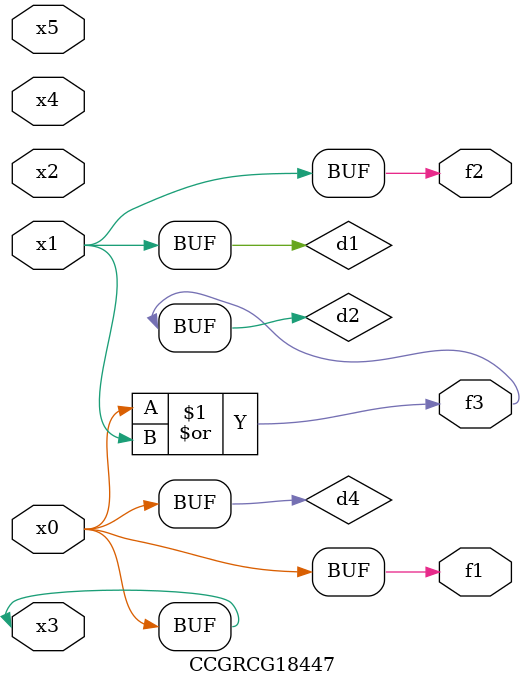
<source format=v>
module CCGRCG18447(
	input x0, x1, x2, x3, x4, x5,
	output f1, f2, f3
);

	wire d1, d2, d3, d4;

	and (d1, x1);
	or (d2, x0, x1);
	nand (d3, x0, x5);
	buf (d4, x0, x3);
	assign f1 = d4;
	assign f2 = d1;
	assign f3 = d2;
endmodule

</source>
